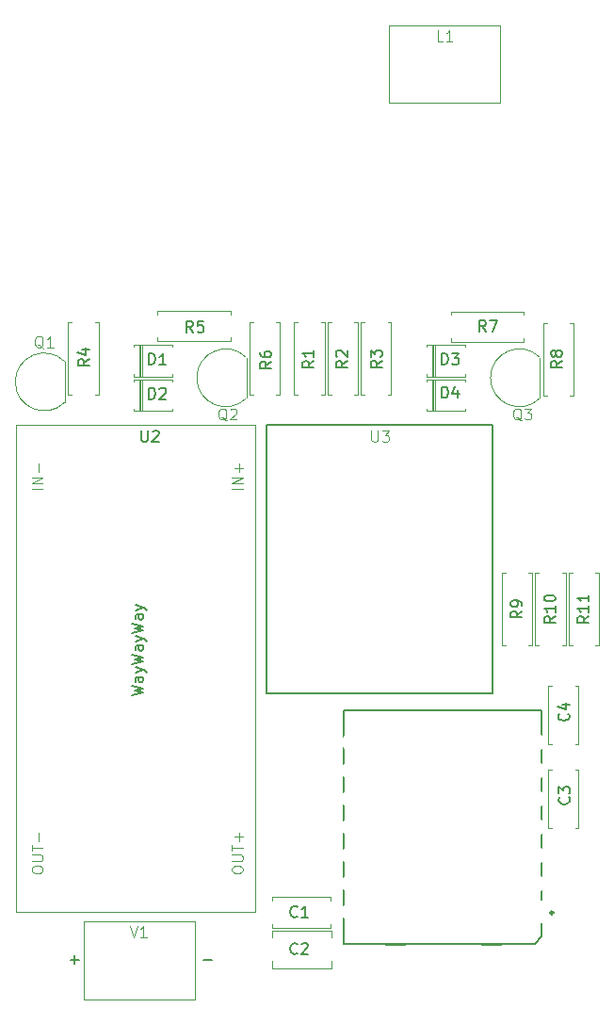
<source format=gbr>
%TF.GenerationSoftware,KiCad,Pcbnew,7.0.9*%
%TF.CreationDate,2023-12-17T20:03:09-08:00*%
%TF.ProjectId,schematic,73636865-6d61-4746-9963-2e6b69636164,rev?*%
%TF.SameCoordinates,Original*%
%TF.FileFunction,Legend,Top*%
%TF.FilePolarity,Positive*%
%FSLAX46Y46*%
G04 Gerber Fmt 4.6, Leading zero omitted, Abs format (unit mm)*
G04 Created by KiCad (PCBNEW 7.0.9) date 2023-12-17 20:03:09*
%MOMM*%
%LPD*%
G01*
G04 APERTURE LIST*
%ADD10C,0.150000*%
%ADD11C,0.100000*%
%ADD12C,0.120000*%
%ADD13C,0.200000*%
%ADD14C,0.127000*%
%ADD15C,0.066040*%
%ADD16C,0.254000*%
%ADD17R,1.300000X1.300000*%
%ADD18C,1.300000*%
%ADD19C,1.600000*%
%ADD20O,1.600000X1.600000*%
%ADD21R,2.540000X2.540000*%
%ADD22C,2.540000*%
%ADD23R,2.000000X2.000000*%
%ADD24O,2.000000X2.000000*%
%ADD25C,2.500000*%
%ADD26C,2.000000*%
%ADD27O,2.000000X1.998980*%
%ADD28C,1.800000*%
%ADD29C,3.500000*%
G04 APERTURE END LIST*
D10*
X113369819Y-108758458D02*
X114369819Y-108520363D01*
X114369819Y-108520363D02*
X113655533Y-108329887D01*
X113655533Y-108329887D02*
X114369819Y-108139411D01*
X114369819Y-108139411D02*
X113369819Y-107901316D01*
X114369819Y-107091792D02*
X113846009Y-107091792D01*
X113846009Y-107091792D02*
X113750771Y-107139411D01*
X113750771Y-107139411D02*
X113703152Y-107234649D01*
X113703152Y-107234649D02*
X113703152Y-107425125D01*
X113703152Y-107425125D02*
X113750771Y-107520363D01*
X114322200Y-107091792D02*
X114369819Y-107187030D01*
X114369819Y-107187030D02*
X114369819Y-107425125D01*
X114369819Y-107425125D02*
X114322200Y-107520363D01*
X114322200Y-107520363D02*
X114226961Y-107567982D01*
X114226961Y-107567982D02*
X114131723Y-107567982D01*
X114131723Y-107567982D02*
X114036485Y-107520363D01*
X114036485Y-107520363D02*
X113988866Y-107425125D01*
X113988866Y-107425125D02*
X113988866Y-107187030D01*
X113988866Y-107187030D02*
X113941247Y-107091792D01*
X113703152Y-106710839D02*
X114369819Y-106472744D01*
X113703152Y-106234649D02*
X114369819Y-106472744D01*
X114369819Y-106472744D02*
X114607914Y-106567982D01*
X114607914Y-106567982D02*
X114655533Y-106615601D01*
X114655533Y-106615601D02*
X114703152Y-106710839D01*
X113369819Y-105948934D02*
X114369819Y-105710839D01*
X114369819Y-105710839D02*
X113655533Y-105520363D01*
X113655533Y-105520363D02*
X114369819Y-105329887D01*
X114369819Y-105329887D02*
X113369819Y-105091792D01*
X114369819Y-104282268D02*
X113846009Y-104282268D01*
X113846009Y-104282268D02*
X113750771Y-104329887D01*
X113750771Y-104329887D02*
X113703152Y-104425125D01*
X113703152Y-104425125D02*
X113703152Y-104615601D01*
X113703152Y-104615601D02*
X113750771Y-104710839D01*
X114322200Y-104282268D02*
X114369819Y-104377506D01*
X114369819Y-104377506D02*
X114369819Y-104615601D01*
X114369819Y-104615601D02*
X114322200Y-104710839D01*
X114322200Y-104710839D02*
X114226961Y-104758458D01*
X114226961Y-104758458D02*
X114131723Y-104758458D01*
X114131723Y-104758458D02*
X114036485Y-104710839D01*
X114036485Y-104710839D02*
X113988866Y-104615601D01*
X113988866Y-104615601D02*
X113988866Y-104377506D01*
X113988866Y-104377506D02*
X113941247Y-104282268D01*
X113703152Y-103901315D02*
X114369819Y-103663220D01*
X113703152Y-103425125D02*
X114369819Y-103663220D01*
X114369819Y-103663220D02*
X114607914Y-103758458D01*
X114607914Y-103758458D02*
X114655533Y-103806077D01*
X114655533Y-103806077D02*
X114703152Y-103901315D01*
X113369819Y-103139410D02*
X114369819Y-102901315D01*
X114369819Y-102901315D02*
X113655533Y-102710839D01*
X113655533Y-102710839D02*
X114369819Y-102520363D01*
X114369819Y-102520363D02*
X113369819Y-102282268D01*
X114369819Y-101472744D02*
X113846009Y-101472744D01*
X113846009Y-101472744D02*
X113750771Y-101520363D01*
X113750771Y-101520363D02*
X113703152Y-101615601D01*
X113703152Y-101615601D02*
X113703152Y-101806077D01*
X113703152Y-101806077D02*
X113750771Y-101901315D01*
X114322200Y-101472744D02*
X114369819Y-101567982D01*
X114369819Y-101567982D02*
X114369819Y-101806077D01*
X114369819Y-101806077D02*
X114322200Y-101901315D01*
X114322200Y-101901315D02*
X114226961Y-101948934D01*
X114226961Y-101948934D02*
X114131723Y-101948934D01*
X114131723Y-101948934D02*
X114036485Y-101901315D01*
X114036485Y-101901315D02*
X113988866Y-101806077D01*
X113988866Y-101806077D02*
X113988866Y-101567982D01*
X113988866Y-101567982D02*
X113941247Y-101472744D01*
X113703152Y-101091791D02*
X114369819Y-100853696D01*
X113703152Y-100615601D02*
X114369819Y-100853696D01*
X114369819Y-100853696D02*
X114607914Y-100948934D01*
X114607914Y-100948934D02*
X114655533Y-100996553D01*
X114655533Y-100996553D02*
X114703152Y-101091791D01*
X119836779Y-132488866D02*
X120598684Y-132488866D01*
X107836779Y-132488866D02*
X108598684Y-132488866D01*
X108217731Y-132869819D02*
X108217731Y-132107914D01*
D11*
X121904761Y-84052657D02*
X121809523Y-84005038D01*
X121809523Y-84005038D02*
X121714285Y-83909800D01*
X121714285Y-83909800D02*
X121571428Y-83766942D01*
X121571428Y-83766942D02*
X121476190Y-83719323D01*
X121476190Y-83719323D02*
X121380952Y-83719323D01*
X121428571Y-83957419D02*
X121333333Y-83909800D01*
X121333333Y-83909800D02*
X121238095Y-83814561D01*
X121238095Y-83814561D02*
X121190476Y-83624085D01*
X121190476Y-83624085D02*
X121190476Y-83290752D01*
X121190476Y-83290752D02*
X121238095Y-83100276D01*
X121238095Y-83100276D02*
X121333333Y-83005038D01*
X121333333Y-83005038D02*
X121428571Y-82957419D01*
X121428571Y-82957419D02*
X121619047Y-82957419D01*
X121619047Y-82957419D02*
X121714285Y-83005038D01*
X121714285Y-83005038D02*
X121809523Y-83100276D01*
X121809523Y-83100276D02*
X121857142Y-83290752D01*
X121857142Y-83290752D02*
X121857142Y-83624085D01*
X121857142Y-83624085D02*
X121809523Y-83814561D01*
X121809523Y-83814561D02*
X121714285Y-83909800D01*
X121714285Y-83909800D02*
X121619047Y-83957419D01*
X121619047Y-83957419D02*
X121428571Y-83957419D01*
X122238095Y-83052657D02*
X122285714Y-83005038D01*
X122285714Y-83005038D02*
X122380952Y-82957419D01*
X122380952Y-82957419D02*
X122619047Y-82957419D01*
X122619047Y-82957419D02*
X122714285Y-83005038D01*
X122714285Y-83005038D02*
X122761904Y-83052657D01*
X122761904Y-83052657D02*
X122809523Y-83147895D01*
X122809523Y-83147895D02*
X122809523Y-83243133D01*
X122809523Y-83243133D02*
X122761904Y-83385990D01*
X122761904Y-83385990D02*
X122190476Y-83957419D01*
X122190476Y-83957419D02*
X122809523Y-83957419D01*
D10*
X125904819Y-78746666D02*
X125428628Y-79079999D01*
X125904819Y-79318094D02*
X124904819Y-79318094D01*
X124904819Y-79318094D02*
X124904819Y-78937142D01*
X124904819Y-78937142D02*
X124952438Y-78841904D01*
X124952438Y-78841904D02*
X125000057Y-78794285D01*
X125000057Y-78794285D02*
X125095295Y-78746666D01*
X125095295Y-78746666D02*
X125238152Y-78746666D01*
X125238152Y-78746666D02*
X125333390Y-78794285D01*
X125333390Y-78794285D02*
X125381009Y-78841904D01*
X125381009Y-78841904D02*
X125428628Y-78937142D01*
X125428628Y-78937142D02*
X125428628Y-79318094D01*
X124904819Y-77889523D02*
X124904819Y-78079999D01*
X124904819Y-78079999D02*
X124952438Y-78175237D01*
X124952438Y-78175237D02*
X125000057Y-78222856D01*
X125000057Y-78222856D02*
X125142914Y-78318094D01*
X125142914Y-78318094D02*
X125333390Y-78365713D01*
X125333390Y-78365713D02*
X125714342Y-78365713D01*
X125714342Y-78365713D02*
X125809580Y-78318094D01*
X125809580Y-78318094D02*
X125857200Y-78270475D01*
X125857200Y-78270475D02*
X125904819Y-78175237D01*
X125904819Y-78175237D02*
X125904819Y-77984761D01*
X125904819Y-77984761D02*
X125857200Y-77889523D01*
X125857200Y-77889523D02*
X125809580Y-77841904D01*
X125809580Y-77841904D02*
X125714342Y-77794285D01*
X125714342Y-77794285D02*
X125476247Y-77794285D01*
X125476247Y-77794285D02*
X125381009Y-77841904D01*
X125381009Y-77841904D02*
X125333390Y-77889523D01*
X125333390Y-77889523D02*
X125285771Y-77984761D01*
X125285771Y-77984761D02*
X125285771Y-78175237D01*
X125285771Y-78175237D02*
X125333390Y-78270475D01*
X125333390Y-78270475D02*
X125381009Y-78318094D01*
X125381009Y-78318094D02*
X125476247Y-78365713D01*
X152613140Y-110406666D02*
X152660760Y-110454285D01*
X152660760Y-110454285D02*
X152708379Y-110597142D01*
X152708379Y-110597142D02*
X152708379Y-110692380D01*
X152708379Y-110692380D02*
X152660760Y-110835237D01*
X152660760Y-110835237D02*
X152565521Y-110930475D01*
X152565521Y-110930475D02*
X152470283Y-110978094D01*
X152470283Y-110978094D02*
X152279807Y-111025713D01*
X152279807Y-111025713D02*
X152136950Y-111025713D01*
X152136950Y-111025713D02*
X151946474Y-110978094D01*
X151946474Y-110978094D02*
X151851236Y-110930475D01*
X151851236Y-110930475D02*
X151755998Y-110835237D01*
X151755998Y-110835237D02*
X151708379Y-110692380D01*
X151708379Y-110692380D02*
X151708379Y-110597142D01*
X151708379Y-110597142D02*
X151755998Y-110454285D01*
X151755998Y-110454285D02*
X151803617Y-110406666D01*
X152041712Y-109549523D02*
X152708379Y-109549523D01*
X151660760Y-109787618D02*
X152375045Y-110025713D01*
X152375045Y-110025713D02*
X152375045Y-109406666D01*
X114238095Y-84954819D02*
X114238095Y-85764342D01*
X114238095Y-85764342D02*
X114285714Y-85859580D01*
X114285714Y-85859580D02*
X114333333Y-85907200D01*
X114333333Y-85907200D02*
X114428571Y-85954819D01*
X114428571Y-85954819D02*
X114619047Y-85954819D01*
X114619047Y-85954819D02*
X114714285Y-85907200D01*
X114714285Y-85907200D02*
X114761904Y-85859580D01*
X114761904Y-85859580D02*
X114809523Y-85764342D01*
X114809523Y-85764342D02*
X114809523Y-84954819D01*
X115238095Y-85050057D02*
X115285714Y-85002438D01*
X115285714Y-85002438D02*
X115380952Y-84954819D01*
X115380952Y-84954819D02*
X115619047Y-84954819D01*
X115619047Y-84954819D02*
X115714285Y-85002438D01*
X115714285Y-85002438D02*
X115761904Y-85050057D01*
X115761904Y-85050057D02*
X115809523Y-85145295D01*
X115809523Y-85145295D02*
X115809523Y-85240533D01*
X115809523Y-85240533D02*
X115761904Y-85383390D01*
X115761904Y-85383390D02*
X115190476Y-85954819D01*
X115190476Y-85954819D02*
X115809523Y-85954819D01*
D11*
X104372419Y-124505639D02*
X104372419Y-124315163D01*
X104372419Y-124315163D02*
X104420038Y-124219925D01*
X104420038Y-124219925D02*
X104515276Y-124124687D01*
X104515276Y-124124687D02*
X104705752Y-124077068D01*
X104705752Y-124077068D02*
X105039085Y-124077068D01*
X105039085Y-124077068D02*
X105229561Y-124124687D01*
X105229561Y-124124687D02*
X105324800Y-124219925D01*
X105324800Y-124219925D02*
X105372419Y-124315163D01*
X105372419Y-124315163D02*
X105372419Y-124505639D01*
X105372419Y-124505639D02*
X105324800Y-124600877D01*
X105324800Y-124600877D02*
X105229561Y-124696115D01*
X105229561Y-124696115D02*
X105039085Y-124743734D01*
X105039085Y-124743734D02*
X104705752Y-124743734D01*
X104705752Y-124743734D02*
X104515276Y-124696115D01*
X104515276Y-124696115D02*
X104420038Y-124600877D01*
X104420038Y-124600877D02*
X104372419Y-124505639D01*
X104372419Y-123648496D02*
X105181942Y-123648496D01*
X105181942Y-123648496D02*
X105277180Y-123600877D01*
X105277180Y-123600877D02*
X105324800Y-123553258D01*
X105324800Y-123553258D02*
X105372419Y-123458020D01*
X105372419Y-123458020D02*
X105372419Y-123267544D01*
X105372419Y-123267544D02*
X105324800Y-123172306D01*
X105324800Y-123172306D02*
X105277180Y-123124687D01*
X105277180Y-123124687D02*
X105181942Y-123077068D01*
X105181942Y-123077068D02*
X104372419Y-123077068D01*
X104372419Y-122743734D02*
X104372419Y-122172306D01*
X105372419Y-122458020D02*
X104372419Y-122458020D01*
X104991466Y-121838972D02*
X104991466Y-121077068D01*
X105372419Y-90196115D02*
X104372419Y-90196115D01*
X105372419Y-89719925D02*
X104372419Y-89719925D01*
X104372419Y-89719925D02*
X105372419Y-89148497D01*
X105372419Y-89148497D02*
X104372419Y-89148497D01*
X104991466Y-88672306D02*
X104991466Y-87910402D01*
X123372419Y-90196115D02*
X122372419Y-90196115D01*
X123372419Y-89719925D02*
X122372419Y-89719925D01*
X122372419Y-89719925D02*
X123372419Y-89148497D01*
X123372419Y-89148497D02*
X122372419Y-89148497D01*
X122991466Y-88672306D02*
X122991466Y-87910402D01*
X123372419Y-88291354D02*
X122610514Y-88291354D01*
X122372419Y-124505639D02*
X122372419Y-124315163D01*
X122372419Y-124315163D02*
X122420038Y-124219925D01*
X122420038Y-124219925D02*
X122515276Y-124124687D01*
X122515276Y-124124687D02*
X122705752Y-124077068D01*
X122705752Y-124077068D02*
X123039085Y-124077068D01*
X123039085Y-124077068D02*
X123229561Y-124124687D01*
X123229561Y-124124687D02*
X123324800Y-124219925D01*
X123324800Y-124219925D02*
X123372419Y-124315163D01*
X123372419Y-124315163D02*
X123372419Y-124505639D01*
X123372419Y-124505639D02*
X123324800Y-124600877D01*
X123324800Y-124600877D02*
X123229561Y-124696115D01*
X123229561Y-124696115D02*
X123039085Y-124743734D01*
X123039085Y-124743734D02*
X122705752Y-124743734D01*
X122705752Y-124743734D02*
X122515276Y-124696115D01*
X122515276Y-124696115D02*
X122420038Y-124600877D01*
X122420038Y-124600877D02*
X122372419Y-124505639D01*
X122372419Y-123648496D02*
X123181942Y-123648496D01*
X123181942Y-123648496D02*
X123277180Y-123600877D01*
X123277180Y-123600877D02*
X123324800Y-123553258D01*
X123324800Y-123553258D02*
X123372419Y-123458020D01*
X123372419Y-123458020D02*
X123372419Y-123267544D01*
X123372419Y-123267544D02*
X123324800Y-123172306D01*
X123324800Y-123172306D02*
X123277180Y-123124687D01*
X123277180Y-123124687D02*
X123181942Y-123077068D01*
X123181942Y-123077068D02*
X122372419Y-123077068D01*
X122372419Y-122743734D02*
X122372419Y-122172306D01*
X123372419Y-122458020D02*
X122372419Y-122458020D01*
X122991466Y-121838972D02*
X122991466Y-121077068D01*
X123372419Y-121458020D02*
X122610514Y-121458020D01*
D10*
X141241905Y-82014819D02*
X141241905Y-81014819D01*
X141241905Y-81014819D02*
X141480000Y-81014819D01*
X141480000Y-81014819D02*
X141622857Y-81062438D01*
X141622857Y-81062438D02*
X141718095Y-81157676D01*
X141718095Y-81157676D02*
X141765714Y-81252914D01*
X141765714Y-81252914D02*
X141813333Y-81443390D01*
X141813333Y-81443390D02*
X141813333Y-81586247D01*
X141813333Y-81586247D02*
X141765714Y-81776723D01*
X141765714Y-81776723D02*
X141718095Y-81871961D01*
X141718095Y-81871961D02*
X141622857Y-81967200D01*
X141622857Y-81967200D02*
X141480000Y-82014819D01*
X141480000Y-82014819D02*
X141241905Y-82014819D01*
X142670476Y-81348152D02*
X142670476Y-82014819D01*
X142432381Y-80967200D02*
X142194286Y-81681485D01*
X142194286Y-81681485D02*
X142813333Y-81681485D01*
X114921905Y-79014819D02*
X114921905Y-78014819D01*
X114921905Y-78014819D02*
X115160000Y-78014819D01*
X115160000Y-78014819D02*
X115302857Y-78062438D01*
X115302857Y-78062438D02*
X115398095Y-78157676D01*
X115398095Y-78157676D02*
X115445714Y-78252914D01*
X115445714Y-78252914D02*
X115493333Y-78443390D01*
X115493333Y-78443390D02*
X115493333Y-78586247D01*
X115493333Y-78586247D02*
X115445714Y-78776723D01*
X115445714Y-78776723D02*
X115398095Y-78871961D01*
X115398095Y-78871961D02*
X115302857Y-78967200D01*
X115302857Y-78967200D02*
X115160000Y-79014819D01*
X115160000Y-79014819D02*
X114921905Y-79014819D01*
X116445714Y-79014819D02*
X115874286Y-79014819D01*
X116160000Y-79014819D02*
X116160000Y-78014819D01*
X116160000Y-78014819D02*
X116064762Y-78157676D01*
X116064762Y-78157676D02*
X115969524Y-78252914D01*
X115969524Y-78252914D02*
X115874286Y-78300533D01*
D11*
X141333333Y-49957419D02*
X140857143Y-49957419D01*
X140857143Y-49957419D02*
X140857143Y-48957419D01*
X142190476Y-49957419D02*
X141619048Y-49957419D01*
X141904762Y-49957419D02*
X141904762Y-48957419D01*
X141904762Y-48957419D02*
X141809524Y-49100276D01*
X141809524Y-49100276D02*
X141714286Y-49195514D01*
X141714286Y-49195514D02*
X141619048Y-49243133D01*
X105404761Y-77552657D02*
X105309523Y-77505038D01*
X105309523Y-77505038D02*
X105214285Y-77409800D01*
X105214285Y-77409800D02*
X105071428Y-77266942D01*
X105071428Y-77266942D02*
X104976190Y-77219323D01*
X104976190Y-77219323D02*
X104880952Y-77219323D01*
X104928571Y-77457419D02*
X104833333Y-77409800D01*
X104833333Y-77409800D02*
X104738095Y-77314561D01*
X104738095Y-77314561D02*
X104690476Y-77124085D01*
X104690476Y-77124085D02*
X104690476Y-76790752D01*
X104690476Y-76790752D02*
X104738095Y-76600276D01*
X104738095Y-76600276D02*
X104833333Y-76505038D01*
X104833333Y-76505038D02*
X104928571Y-76457419D01*
X104928571Y-76457419D02*
X105119047Y-76457419D01*
X105119047Y-76457419D02*
X105214285Y-76505038D01*
X105214285Y-76505038D02*
X105309523Y-76600276D01*
X105309523Y-76600276D02*
X105357142Y-76790752D01*
X105357142Y-76790752D02*
X105357142Y-77124085D01*
X105357142Y-77124085D02*
X105309523Y-77314561D01*
X105309523Y-77314561D02*
X105214285Y-77409800D01*
X105214285Y-77409800D02*
X105119047Y-77457419D01*
X105119047Y-77457419D02*
X104928571Y-77457419D01*
X106309523Y-77457419D02*
X105738095Y-77457419D01*
X106023809Y-77457419D02*
X106023809Y-76457419D01*
X106023809Y-76457419D02*
X105928571Y-76600276D01*
X105928571Y-76600276D02*
X105833333Y-76695514D01*
X105833333Y-76695514D02*
X105738095Y-76743133D01*
D10*
X148454819Y-101166666D02*
X147978628Y-101499999D01*
X148454819Y-101738094D02*
X147454819Y-101738094D01*
X147454819Y-101738094D02*
X147454819Y-101357142D01*
X147454819Y-101357142D02*
X147502438Y-101261904D01*
X147502438Y-101261904D02*
X147550057Y-101214285D01*
X147550057Y-101214285D02*
X147645295Y-101166666D01*
X147645295Y-101166666D02*
X147788152Y-101166666D01*
X147788152Y-101166666D02*
X147883390Y-101214285D01*
X147883390Y-101214285D02*
X147931009Y-101261904D01*
X147931009Y-101261904D02*
X147978628Y-101357142D01*
X147978628Y-101357142D02*
X147978628Y-101738094D01*
X148454819Y-100690475D02*
X148454819Y-100499999D01*
X148454819Y-100499999D02*
X148407200Y-100404761D01*
X148407200Y-100404761D02*
X148359580Y-100357142D01*
X148359580Y-100357142D02*
X148216723Y-100261904D01*
X148216723Y-100261904D02*
X148026247Y-100214285D01*
X148026247Y-100214285D02*
X147645295Y-100214285D01*
X147645295Y-100214285D02*
X147550057Y-100261904D01*
X147550057Y-100261904D02*
X147502438Y-100309523D01*
X147502438Y-100309523D02*
X147454819Y-100404761D01*
X147454819Y-100404761D02*
X147454819Y-100595237D01*
X147454819Y-100595237D02*
X147502438Y-100690475D01*
X147502438Y-100690475D02*
X147550057Y-100738094D01*
X147550057Y-100738094D02*
X147645295Y-100785713D01*
X147645295Y-100785713D02*
X147883390Y-100785713D01*
X147883390Y-100785713D02*
X147978628Y-100738094D01*
X147978628Y-100738094D02*
X148026247Y-100690475D01*
X148026247Y-100690475D02*
X148073866Y-100595237D01*
X148073866Y-100595237D02*
X148073866Y-100404761D01*
X148073866Y-100404761D02*
X148026247Y-100309523D01*
X148026247Y-100309523D02*
X147978628Y-100261904D01*
X147978628Y-100261904D02*
X147883390Y-100214285D01*
X141241905Y-79014819D02*
X141241905Y-78014819D01*
X141241905Y-78014819D02*
X141480000Y-78014819D01*
X141480000Y-78014819D02*
X141622857Y-78062438D01*
X141622857Y-78062438D02*
X141718095Y-78157676D01*
X141718095Y-78157676D02*
X141765714Y-78252914D01*
X141765714Y-78252914D02*
X141813333Y-78443390D01*
X141813333Y-78443390D02*
X141813333Y-78586247D01*
X141813333Y-78586247D02*
X141765714Y-78776723D01*
X141765714Y-78776723D02*
X141718095Y-78871961D01*
X141718095Y-78871961D02*
X141622857Y-78967200D01*
X141622857Y-78967200D02*
X141480000Y-79014819D01*
X141480000Y-79014819D02*
X141241905Y-79014819D01*
X142146667Y-78014819D02*
X142765714Y-78014819D01*
X142765714Y-78014819D02*
X142432381Y-78395771D01*
X142432381Y-78395771D02*
X142575238Y-78395771D01*
X142575238Y-78395771D02*
X142670476Y-78443390D01*
X142670476Y-78443390D02*
X142718095Y-78491009D01*
X142718095Y-78491009D02*
X142765714Y-78586247D01*
X142765714Y-78586247D02*
X142765714Y-78824342D01*
X142765714Y-78824342D02*
X142718095Y-78919580D01*
X142718095Y-78919580D02*
X142670476Y-78967200D01*
X142670476Y-78967200D02*
X142575238Y-79014819D01*
X142575238Y-79014819D02*
X142289524Y-79014819D01*
X142289524Y-79014819D02*
X142194286Y-78967200D01*
X142194286Y-78967200D02*
X142146667Y-78919580D01*
X152064819Y-78691666D02*
X151588628Y-79024999D01*
X152064819Y-79263094D02*
X151064819Y-79263094D01*
X151064819Y-79263094D02*
X151064819Y-78882142D01*
X151064819Y-78882142D02*
X151112438Y-78786904D01*
X151112438Y-78786904D02*
X151160057Y-78739285D01*
X151160057Y-78739285D02*
X151255295Y-78691666D01*
X151255295Y-78691666D02*
X151398152Y-78691666D01*
X151398152Y-78691666D02*
X151493390Y-78739285D01*
X151493390Y-78739285D02*
X151541009Y-78786904D01*
X151541009Y-78786904D02*
X151588628Y-78882142D01*
X151588628Y-78882142D02*
X151588628Y-79263094D01*
X151493390Y-78120237D02*
X151445771Y-78215475D01*
X151445771Y-78215475D02*
X151398152Y-78263094D01*
X151398152Y-78263094D02*
X151302914Y-78310713D01*
X151302914Y-78310713D02*
X151255295Y-78310713D01*
X151255295Y-78310713D02*
X151160057Y-78263094D01*
X151160057Y-78263094D02*
X151112438Y-78215475D01*
X151112438Y-78215475D02*
X151064819Y-78120237D01*
X151064819Y-78120237D02*
X151064819Y-77929761D01*
X151064819Y-77929761D02*
X151112438Y-77834523D01*
X151112438Y-77834523D02*
X151160057Y-77786904D01*
X151160057Y-77786904D02*
X151255295Y-77739285D01*
X151255295Y-77739285D02*
X151302914Y-77739285D01*
X151302914Y-77739285D02*
X151398152Y-77786904D01*
X151398152Y-77786904D02*
X151445771Y-77834523D01*
X151445771Y-77834523D02*
X151493390Y-77929761D01*
X151493390Y-77929761D02*
X151493390Y-78120237D01*
X151493390Y-78120237D02*
X151541009Y-78215475D01*
X151541009Y-78215475D02*
X151588628Y-78263094D01*
X151588628Y-78263094D02*
X151683866Y-78310713D01*
X151683866Y-78310713D02*
X151874342Y-78310713D01*
X151874342Y-78310713D02*
X151969580Y-78263094D01*
X151969580Y-78263094D02*
X152017200Y-78215475D01*
X152017200Y-78215475D02*
X152064819Y-78120237D01*
X152064819Y-78120237D02*
X152064819Y-77929761D01*
X152064819Y-77929761D02*
X152017200Y-77834523D01*
X152017200Y-77834523D02*
X151969580Y-77786904D01*
X151969580Y-77786904D02*
X151874342Y-77739285D01*
X151874342Y-77739285D02*
X151683866Y-77739285D01*
X151683866Y-77739285D02*
X151588628Y-77786904D01*
X151588628Y-77786904D02*
X151541009Y-77834523D01*
X151541009Y-77834523D02*
X151493390Y-77929761D01*
X135864819Y-78666666D02*
X135388628Y-78999999D01*
X135864819Y-79238094D02*
X134864819Y-79238094D01*
X134864819Y-79238094D02*
X134864819Y-78857142D01*
X134864819Y-78857142D02*
X134912438Y-78761904D01*
X134912438Y-78761904D02*
X134960057Y-78714285D01*
X134960057Y-78714285D02*
X135055295Y-78666666D01*
X135055295Y-78666666D02*
X135198152Y-78666666D01*
X135198152Y-78666666D02*
X135293390Y-78714285D01*
X135293390Y-78714285D02*
X135341009Y-78761904D01*
X135341009Y-78761904D02*
X135388628Y-78857142D01*
X135388628Y-78857142D02*
X135388628Y-79238094D01*
X134864819Y-78333332D02*
X134864819Y-77714285D01*
X134864819Y-77714285D02*
X135245771Y-78047618D01*
X135245771Y-78047618D02*
X135245771Y-77904761D01*
X135245771Y-77904761D02*
X135293390Y-77809523D01*
X135293390Y-77809523D02*
X135341009Y-77761904D01*
X135341009Y-77761904D02*
X135436247Y-77714285D01*
X135436247Y-77714285D02*
X135674342Y-77714285D01*
X135674342Y-77714285D02*
X135769580Y-77761904D01*
X135769580Y-77761904D02*
X135817200Y-77809523D01*
X135817200Y-77809523D02*
X135864819Y-77904761D01*
X135864819Y-77904761D02*
X135864819Y-78190475D01*
X135864819Y-78190475D02*
X135817200Y-78285713D01*
X135817200Y-78285713D02*
X135769580Y-78333332D01*
X109544819Y-78536666D02*
X109068628Y-78869999D01*
X109544819Y-79108094D02*
X108544819Y-79108094D01*
X108544819Y-79108094D02*
X108544819Y-78727142D01*
X108544819Y-78727142D02*
X108592438Y-78631904D01*
X108592438Y-78631904D02*
X108640057Y-78584285D01*
X108640057Y-78584285D02*
X108735295Y-78536666D01*
X108735295Y-78536666D02*
X108878152Y-78536666D01*
X108878152Y-78536666D02*
X108973390Y-78584285D01*
X108973390Y-78584285D02*
X109021009Y-78631904D01*
X109021009Y-78631904D02*
X109068628Y-78727142D01*
X109068628Y-78727142D02*
X109068628Y-79108094D01*
X108878152Y-77679523D02*
X109544819Y-77679523D01*
X108497200Y-77917618D02*
X109211485Y-78155713D01*
X109211485Y-78155713D02*
X109211485Y-77536666D01*
D11*
X134920095Y-84957419D02*
X134920095Y-85766942D01*
X134920095Y-85766942D02*
X134967714Y-85862180D01*
X134967714Y-85862180D02*
X135015333Y-85909800D01*
X135015333Y-85909800D02*
X135110571Y-85957419D01*
X135110571Y-85957419D02*
X135301047Y-85957419D01*
X135301047Y-85957419D02*
X135396285Y-85909800D01*
X135396285Y-85909800D02*
X135443904Y-85862180D01*
X135443904Y-85862180D02*
X135491523Y-85766942D01*
X135491523Y-85766942D02*
X135491523Y-84957419D01*
X135872476Y-84957419D02*
X136491523Y-84957419D01*
X136491523Y-84957419D02*
X136158190Y-85338371D01*
X136158190Y-85338371D02*
X136301047Y-85338371D01*
X136301047Y-85338371D02*
X136396285Y-85385990D01*
X136396285Y-85385990D02*
X136443904Y-85433609D01*
X136443904Y-85433609D02*
X136491523Y-85528847D01*
X136491523Y-85528847D02*
X136491523Y-85766942D01*
X136491523Y-85766942D02*
X136443904Y-85862180D01*
X136443904Y-85862180D02*
X136396285Y-85909800D01*
X136396285Y-85909800D02*
X136301047Y-85957419D01*
X136301047Y-85957419D02*
X136015333Y-85957419D01*
X136015333Y-85957419D02*
X135920095Y-85909800D01*
X135920095Y-85909800D02*
X135872476Y-85862180D01*
D10*
X154454819Y-101642857D02*
X153978628Y-101976190D01*
X154454819Y-102214285D02*
X153454819Y-102214285D01*
X153454819Y-102214285D02*
X153454819Y-101833333D01*
X153454819Y-101833333D02*
X153502438Y-101738095D01*
X153502438Y-101738095D02*
X153550057Y-101690476D01*
X153550057Y-101690476D02*
X153645295Y-101642857D01*
X153645295Y-101642857D02*
X153788152Y-101642857D01*
X153788152Y-101642857D02*
X153883390Y-101690476D01*
X153883390Y-101690476D02*
X153931009Y-101738095D01*
X153931009Y-101738095D02*
X153978628Y-101833333D01*
X153978628Y-101833333D02*
X153978628Y-102214285D01*
X154454819Y-100690476D02*
X154454819Y-101261904D01*
X154454819Y-100976190D02*
X153454819Y-100976190D01*
X153454819Y-100976190D02*
X153597676Y-101071428D01*
X153597676Y-101071428D02*
X153692914Y-101166666D01*
X153692914Y-101166666D02*
X153740533Y-101261904D01*
X154454819Y-99738095D02*
X154454819Y-100309523D01*
X154454819Y-100023809D02*
X153454819Y-100023809D01*
X153454819Y-100023809D02*
X153597676Y-100119047D01*
X153597676Y-100119047D02*
X153692914Y-100214285D01*
X153692914Y-100214285D02*
X153740533Y-100309523D01*
X118883333Y-76114819D02*
X118550000Y-75638628D01*
X118311905Y-76114819D02*
X118311905Y-75114819D01*
X118311905Y-75114819D02*
X118692857Y-75114819D01*
X118692857Y-75114819D02*
X118788095Y-75162438D01*
X118788095Y-75162438D02*
X118835714Y-75210057D01*
X118835714Y-75210057D02*
X118883333Y-75305295D01*
X118883333Y-75305295D02*
X118883333Y-75448152D01*
X118883333Y-75448152D02*
X118835714Y-75543390D01*
X118835714Y-75543390D02*
X118788095Y-75591009D01*
X118788095Y-75591009D02*
X118692857Y-75638628D01*
X118692857Y-75638628D02*
X118311905Y-75638628D01*
X119788095Y-75114819D02*
X119311905Y-75114819D01*
X119311905Y-75114819D02*
X119264286Y-75591009D01*
X119264286Y-75591009D02*
X119311905Y-75543390D01*
X119311905Y-75543390D02*
X119407143Y-75495771D01*
X119407143Y-75495771D02*
X119645238Y-75495771D01*
X119645238Y-75495771D02*
X119740476Y-75543390D01*
X119740476Y-75543390D02*
X119788095Y-75591009D01*
X119788095Y-75591009D02*
X119835714Y-75686247D01*
X119835714Y-75686247D02*
X119835714Y-75924342D01*
X119835714Y-75924342D02*
X119788095Y-76019580D01*
X119788095Y-76019580D02*
X119740476Y-76067200D01*
X119740476Y-76067200D02*
X119645238Y-76114819D01*
X119645238Y-76114819D02*
X119407143Y-76114819D01*
X119407143Y-76114819D02*
X119311905Y-76067200D01*
X119311905Y-76067200D02*
X119264286Y-76019580D01*
X145203333Y-76064819D02*
X144870000Y-75588628D01*
X144631905Y-76064819D02*
X144631905Y-75064819D01*
X144631905Y-75064819D02*
X145012857Y-75064819D01*
X145012857Y-75064819D02*
X145108095Y-75112438D01*
X145108095Y-75112438D02*
X145155714Y-75160057D01*
X145155714Y-75160057D02*
X145203333Y-75255295D01*
X145203333Y-75255295D02*
X145203333Y-75398152D01*
X145203333Y-75398152D02*
X145155714Y-75493390D01*
X145155714Y-75493390D02*
X145108095Y-75541009D01*
X145108095Y-75541009D02*
X145012857Y-75588628D01*
X145012857Y-75588628D02*
X144631905Y-75588628D01*
X145536667Y-75064819D02*
X146203333Y-75064819D01*
X146203333Y-75064819D02*
X145774762Y-76064819D01*
X132744819Y-78696666D02*
X132268628Y-79029999D01*
X132744819Y-79268094D02*
X131744819Y-79268094D01*
X131744819Y-79268094D02*
X131744819Y-78887142D01*
X131744819Y-78887142D02*
X131792438Y-78791904D01*
X131792438Y-78791904D02*
X131840057Y-78744285D01*
X131840057Y-78744285D02*
X131935295Y-78696666D01*
X131935295Y-78696666D02*
X132078152Y-78696666D01*
X132078152Y-78696666D02*
X132173390Y-78744285D01*
X132173390Y-78744285D02*
X132221009Y-78791904D01*
X132221009Y-78791904D02*
X132268628Y-78887142D01*
X132268628Y-78887142D02*
X132268628Y-79268094D01*
X131840057Y-78315713D02*
X131792438Y-78268094D01*
X131792438Y-78268094D02*
X131744819Y-78172856D01*
X131744819Y-78172856D02*
X131744819Y-77934761D01*
X131744819Y-77934761D02*
X131792438Y-77839523D01*
X131792438Y-77839523D02*
X131840057Y-77791904D01*
X131840057Y-77791904D02*
X131935295Y-77744285D01*
X131935295Y-77744285D02*
X132030533Y-77744285D01*
X132030533Y-77744285D02*
X132173390Y-77791904D01*
X132173390Y-77791904D02*
X132744819Y-78363332D01*
X132744819Y-78363332D02*
X132744819Y-77744285D01*
X128247893Y-128599580D02*
X128200274Y-128647200D01*
X128200274Y-128647200D02*
X128057417Y-128694819D01*
X128057417Y-128694819D02*
X127962179Y-128694819D01*
X127962179Y-128694819D02*
X127819322Y-128647200D01*
X127819322Y-128647200D02*
X127724084Y-128551961D01*
X127724084Y-128551961D02*
X127676465Y-128456723D01*
X127676465Y-128456723D02*
X127628846Y-128266247D01*
X127628846Y-128266247D02*
X127628846Y-128123390D01*
X127628846Y-128123390D02*
X127676465Y-127932914D01*
X127676465Y-127932914D02*
X127724084Y-127837676D01*
X127724084Y-127837676D02*
X127819322Y-127742438D01*
X127819322Y-127742438D02*
X127962179Y-127694819D01*
X127962179Y-127694819D02*
X128057417Y-127694819D01*
X128057417Y-127694819D02*
X128200274Y-127742438D01*
X128200274Y-127742438D02*
X128247893Y-127790057D01*
X129200274Y-128694819D02*
X128628846Y-128694819D01*
X128914560Y-128694819D02*
X128914560Y-127694819D01*
X128914560Y-127694819D02*
X128819322Y-127837676D01*
X128819322Y-127837676D02*
X128724084Y-127932914D01*
X128724084Y-127932914D02*
X128628846Y-127980533D01*
X128247893Y-131909580D02*
X128200274Y-131957200D01*
X128200274Y-131957200D02*
X128057417Y-132004819D01*
X128057417Y-132004819D02*
X127962179Y-132004819D01*
X127962179Y-132004819D02*
X127819322Y-131957200D01*
X127819322Y-131957200D02*
X127724084Y-131861961D01*
X127724084Y-131861961D02*
X127676465Y-131766723D01*
X127676465Y-131766723D02*
X127628846Y-131576247D01*
X127628846Y-131576247D02*
X127628846Y-131433390D01*
X127628846Y-131433390D02*
X127676465Y-131242914D01*
X127676465Y-131242914D02*
X127724084Y-131147676D01*
X127724084Y-131147676D02*
X127819322Y-131052438D01*
X127819322Y-131052438D02*
X127962179Y-131004819D01*
X127962179Y-131004819D02*
X128057417Y-131004819D01*
X128057417Y-131004819D02*
X128200274Y-131052438D01*
X128200274Y-131052438D02*
X128247893Y-131100057D01*
X128628846Y-131100057D02*
X128676465Y-131052438D01*
X128676465Y-131052438D02*
X128771703Y-131004819D01*
X128771703Y-131004819D02*
X129009798Y-131004819D01*
X129009798Y-131004819D02*
X129105036Y-131052438D01*
X129105036Y-131052438D02*
X129152655Y-131100057D01*
X129152655Y-131100057D02*
X129200274Y-131195295D01*
X129200274Y-131195295D02*
X129200274Y-131290533D01*
X129200274Y-131290533D02*
X129152655Y-131433390D01*
X129152655Y-131433390D02*
X128581227Y-132004819D01*
X128581227Y-132004819D02*
X129200274Y-132004819D01*
D11*
X148404761Y-84052657D02*
X148309523Y-84005038D01*
X148309523Y-84005038D02*
X148214285Y-83909800D01*
X148214285Y-83909800D02*
X148071428Y-83766942D01*
X148071428Y-83766942D02*
X147976190Y-83719323D01*
X147976190Y-83719323D02*
X147880952Y-83719323D01*
X147928571Y-83957419D02*
X147833333Y-83909800D01*
X147833333Y-83909800D02*
X147738095Y-83814561D01*
X147738095Y-83814561D02*
X147690476Y-83624085D01*
X147690476Y-83624085D02*
X147690476Y-83290752D01*
X147690476Y-83290752D02*
X147738095Y-83100276D01*
X147738095Y-83100276D02*
X147833333Y-83005038D01*
X147833333Y-83005038D02*
X147928571Y-82957419D01*
X147928571Y-82957419D02*
X148119047Y-82957419D01*
X148119047Y-82957419D02*
X148214285Y-83005038D01*
X148214285Y-83005038D02*
X148309523Y-83100276D01*
X148309523Y-83100276D02*
X148357142Y-83290752D01*
X148357142Y-83290752D02*
X148357142Y-83624085D01*
X148357142Y-83624085D02*
X148309523Y-83814561D01*
X148309523Y-83814561D02*
X148214285Y-83909800D01*
X148214285Y-83909800D02*
X148119047Y-83957419D01*
X148119047Y-83957419D02*
X147928571Y-83957419D01*
X148690476Y-82957419D02*
X149309523Y-82957419D01*
X149309523Y-82957419D02*
X148976190Y-83338371D01*
X148976190Y-83338371D02*
X149119047Y-83338371D01*
X149119047Y-83338371D02*
X149214285Y-83385990D01*
X149214285Y-83385990D02*
X149261904Y-83433609D01*
X149261904Y-83433609D02*
X149309523Y-83528847D01*
X149309523Y-83528847D02*
X149309523Y-83766942D01*
X149309523Y-83766942D02*
X149261904Y-83862180D01*
X149261904Y-83862180D02*
X149214285Y-83909800D01*
X149214285Y-83909800D02*
X149119047Y-83957419D01*
X149119047Y-83957419D02*
X148833333Y-83957419D01*
X148833333Y-83957419D02*
X148738095Y-83909800D01*
X148738095Y-83909800D02*
X148690476Y-83862180D01*
D10*
X151454819Y-101642857D02*
X150978628Y-101976190D01*
X151454819Y-102214285D02*
X150454819Y-102214285D01*
X150454819Y-102214285D02*
X150454819Y-101833333D01*
X150454819Y-101833333D02*
X150502438Y-101738095D01*
X150502438Y-101738095D02*
X150550057Y-101690476D01*
X150550057Y-101690476D02*
X150645295Y-101642857D01*
X150645295Y-101642857D02*
X150788152Y-101642857D01*
X150788152Y-101642857D02*
X150883390Y-101690476D01*
X150883390Y-101690476D02*
X150931009Y-101738095D01*
X150931009Y-101738095D02*
X150978628Y-101833333D01*
X150978628Y-101833333D02*
X150978628Y-102214285D01*
X151454819Y-100690476D02*
X151454819Y-101261904D01*
X151454819Y-100976190D02*
X150454819Y-100976190D01*
X150454819Y-100976190D02*
X150597676Y-101071428D01*
X150597676Y-101071428D02*
X150692914Y-101166666D01*
X150692914Y-101166666D02*
X150740533Y-101261904D01*
X150454819Y-100071428D02*
X150454819Y-99976190D01*
X150454819Y-99976190D02*
X150502438Y-99880952D01*
X150502438Y-99880952D02*
X150550057Y-99833333D01*
X150550057Y-99833333D02*
X150645295Y-99785714D01*
X150645295Y-99785714D02*
X150835771Y-99738095D01*
X150835771Y-99738095D02*
X151073866Y-99738095D01*
X151073866Y-99738095D02*
X151264342Y-99785714D01*
X151264342Y-99785714D02*
X151359580Y-99833333D01*
X151359580Y-99833333D02*
X151407200Y-99880952D01*
X151407200Y-99880952D02*
X151454819Y-99976190D01*
X151454819Y-99976190D02*
X151454819Y-100071428D01*
X151454819Y-100071428D02*
X151407200Y-100166666D01*
X151407200Y-100166666D02*
X151359580Y-100214285D01*
X151359580Y-100214285D02*
X151264342Y-100261904D01*
X151264342Y-100261904D02*
X151073866Y-100309523D01*
X151073866Y-100309523D02*
X150835771Y-100309523D01*
X150835771Y-100309523D02*
X150645295Y-100261904D01*
X150645295Y-100261904D02*
X150550057Y-100214285D01*
X150550057Y-100214285D02*
X150502438Y-100166666D01*
X150502438Y-100166666D02*
X150454819Y-100071428D01*
X152663140Y-117906666D02*
X152710760Y-117954285D01*
X152710760Y-117954285D02*
X152758379Y-118097142D01*
X152758379Y-118097142D02*
X152758379Y-118192380D01*
X152758379Y-118192380D02*
X152710760Y-118335237D01*
X152710760Y-118335237D02*
X152615521Y-118430475D01*
X152615521Y-118430475D02*
X152520283Y-118478094D01*
X152520283Y-118478094D02*
X152329807Y-118525713D01*
X152329807Y-118525713D02*
X152186950Y-118525713D01*
X152186950Y-118525713D02*
X151996474Y-118478094D01*
X151996474Y-118478094D02*
X151901236Y-118430475D01*
X151901236Y-118430475D02*
X151805998Y-118335237D01*
X151805998Y-118335237D02*
X151758379Y-118192380D01*
X151758379Y-118192380D02*
X151758379Y-118097142D01*
X151758379Y-118097142D02*
X151805998Y-117954285D01*
X151805998Y-117954285D02*
X151853617Y-117906666D01*
X151758379Y-117573332D02*
X151758379Y-116954285D01*
X151758379Y-116954285D02*
X152139331Y-117287618D01*
X152139331Y-117287618D02*
X152139331Y-117144761D01*
X152139331Y-117144761D02*
X152186950Y-117049523D01*
X152186950Y-117049523D02*
X152234569Y-117001904D01*
X152234569Y-117001904D02*
X152329807Y-116954285D01*
X152329807Y-116954285D02*
X152567902Y-116954285D01*
X152567902Y-116954285D02*
X152663140Y-117001904D01*
X152663140Y-117001904D02*
X152710760Y-117049523D01*
X152710760Y-117049523D02*
X152758379Y-117144761D01*
X152758379Y-117144761D02*
X152758379Y-117430475D01*
X152758379Y-117430475D02*
X152710760Y-117525713D01*
X152710760Y-117525713D02*
X152663140Y-117573332D01*
X129744819Y-78696666D02*
X129268628Y-79029999D01*
X129744819Y-79268094D02*
X128744819Y-79268094D01*
X128744819Y-79268094D02*
X128744819Y-78887142D01*
X128744819Y-78887142D02*
X128792438Y-78791904D01*
X128792438Y-78791904D02*
X128840057Y-78744285D01*
X128840057Y-78744285D02*
X128935295Y-78696666D01*
X128935295Y-78696666D02*
X129078152Y-78696666D01*
X129078152Y-78696666D02*
X129173390Y-78744285D01*
X129173390Y-78744285D02*
X129221009Y-78791904D01*
X129221009Y-78791904D02*
X129268628Y-78887142D01*
X129268628Y-78887142D02*
X129268628Y-79268094D01*
X129744819Y-77744285D02*
X129744819Y-78315713D01*
X129744819Y-78029999D02*
X128744819Y-78029999D01*
X128744819Y-78029999D02*
X128887676Y-78125237D01*
X128887676Y-78125237D02*
X128982914Y-78220475D01*
X128982914Y-78220475D02*
X129030533Y-78315713D01*
D11*
X113190476Y-129457419D02*
X113523809Y-130457419D01*
X113523809Y-130457419D02*
X113857142Y-129457419D01*
X114714285Y-130457419D02*
X114142857Y-130457419D01*
X114428571Y-130457419D02*
X114428571Y-129457419D01*
X114428571Y-129457419D02*
X114333333Y-129600276D01*
X114333333Y-129600276D02*
X114238095Y-129695514D01*
X114238095Y-129695514D02*
X114142857Y-129743133D01*
D10*
X114921905Y-82114819D02*
X114921905Y-81114819D01*
X114921905Y-81114819D02*
X115160000Y-81114819D01*
X115160000Y-81114819D02*
X115302857Y-81162438D01*
X115302857Y-81162438D02*
X115398095Y-81257676D01*
X115398095Y-81257676D02*
X115445714Y-81352914D01*
X115445714Y-81352914D02*
X115493333Y-81543390D01*
X115493333Y-81543390D02*
X115493333Y-81686247D01*
X115493333Y-81686247D02*
X115445714Y-81876723D01*
X115445714Y-81876723D02*
X115398095Y-81971961D01*
X115398095Y-81971961D02*
X115302857Y-82067200D01*
X115302857Y-82067200D02*
X115160000Y-82114819D01*
X115160000Y-82114819D02*
X114921905Y-82114819D01*
X115874286Y-81210057D02*
X115921905Y-81162438D01*
X115921905Y-81162438D02*
X116017143Y-81114819D01*
X116017143Y-81114819D02*
X116255238Y-81114819D01*
X116255238Y-81114819D02*
X116350476Y-81162438D01*
X116350476Y-81162438D02*
X116398095Y-81210057D01*
X116398095Y-81210057D02*
X116445714Y-81305295D01*
X116445714Y-81305295D02*
X116445714Y-81400533D01*
X116445714Y-81400533D02*
X116398095Y-81543390D01*
X116398095Y-81543390D02*
X115826667Y-82114819D01*
X115826667Y-82114819D02*
X116445714Y-82114819D01*
D12*
%TO.C,Q2*%
X123670000Y-82010000D02*
X123670000Y-78410000D01*
X119220000Y-80210000D02*
G75*
G03*
X123658478Y-82048478I2600000J0D01*
G01*
X123658478Y-78371522D02*
G75*
G03*
X119220000Y-80210000I-1838478J-1838478D01*
G01*
%TO.C,R6*%
X126700000Y-75230000D02*
X126700000Y-81770000D01*
X126370000Y-75230000D02*
X126700000Y-75230000D01*
X124290000Y-75230000D02*
X123960000Y-75230000D01*
X123960000Y-75230000D02*
X123960000Y-81770000D01*
X126700000Y-81770000D02*
X126370000Y-81770000D01*
X123960000Y-81770000D02*
X124290000Y-81770000D01*
%TO.C,C4*%
X153543560Y-107880000D02*
X153228560Y-107880000D01*
X153543560Y-107880000D02*
X153543560Y-113120000D01*
X151118560Y-107880000D02*
X150803560Y-107880000D01*
X150803560Y-107880000D02*
X150803560Y-113120000D01*
X153543560Y-113120000D02*
X153228560Y-113120000D01*
X151118560Y-113120000D02*
X150803560Y-113120000D01*
%TO.C,U2*%
X124445000Y-84445000D02*
X102995000Y-84445000D01*
X102995000Y-84445000D02*
X102995000Y-128195000D01*
X124445000Y-128195000D02*
X124445000Y-84445000D01*
X102995000Y-128195000D02*
X124445000Y-128195000D01*
%TO.C,D4*%
X139900000Y-80340000D02*
X143340000Y-80340000D01*
X139900000Y-80520000D02*
X139900000Y-80340000D01*
X139900000Y-83000000D02*
X139900000Y-83180000D01*
X139900000Y-83180000D02*
X143340000Y-83180000D01*
X140380000Y-80340000D02*
X140380000Y-83180000D01*
X140500000Y-80340000D02*
X140500000Y-83180000D01*
X140620000Y-80340000D02*
X140620000Y-83180000D01*
X143340000Y-80340000D02*
X143340000Y-80520000D01*
X143340000Y-83180000D02*
X143340000Y-83000000D01*
%TO.C,D1*%
X113580000Y-77240000D02*
X117020000Y-77240000D01*
X113580000Y-77420000D02*
X113580000Y-77240000D01*
X113580000Y-79900000D02*
X113580000Y-80080000D01*
X113580000Y-80080000D02*
X117020000Y-80080000D01*
X114060000Y-77240000D02*
X114060000Y-80080000D01*
X114180000Y-77240000D02*
X114180000Y-80080000D01*
X114300000Y-77240000D02*
X114300000Y-80080000D01*
X117020000Y-77240000D02*
X117020000Y-77420000D01*
X117020000Y-80080000D02*
X117020000Y-79900000D01*
D11*
%TO.C,L1*%
X136500000Y-48500000D02*
X146500000Y-48500000D01*
X146500000Y-48500000D02*
X146500000Y-55500000D01*
X146500000Y-55500000D02*
X136500000Y-55500000D01*
X136500000Y-55500000D02*
X136500000Y-48500000D01*
D12*
%TO.C,Q1*%
X107350000Y-82380000D02*
X107350000Y-78780000D01*
X102900000Y-80580000D02*
G75*
G03*
X107338478Y-82418478I2600000J0D01*
G01*
X107338478Y-78741522D02*
G75*
G03*
X102900000Y-80580000I-1838478J-1838478D01*
G01*
%TO.C,R9*%
X149370000Y-97730000D02*
X149370000Y-104270000D01*
X149040000Y-97730000D02*
X149370000Y-97730000D01*
X146960000Y-97730000D02*
X146630000Y-97730000D01*
X146630000Y-97730000D02*
X146630000Y-104270000D01*
X149370000Y-104270000D02*
X149040000Y-104270000D01*
X146630000Y-104270000D02*
X146960000Y-104270000D01*
%TO.C,D3*%
X139900000Y-77240000D02*
X143340000Y-77240000D01*
X139900000Y-77420000D02*
X139900000Y-77240000D01*
X139900000Y-79900000D02*
X139900000Y-80080000D01*
X139900000Y-80080000D02*
X143340000Y-80080000D01*
X140380000Y-77240000D02*
X140380000Y-80080000D01*
X140500000Y-77240000D02*
X140500000Y-80080000D01*
X140620000Y-77240000D02*
X140620000Y-80080000D01*
X143340000Y-77240000D02*
X143340000Y-77420000D01*
X143340000Y-80080000D02*
X143340000Y-79900000D01*
%TO.C,R8*%
X153100000Y-75255000D02*
X153100000Y-81795000D01*
X152770000Y-75255000D02*
X153100000Y-75255000D01*
X150690000Y-75255000D02*
X150360000Y-75255000D01*
X150360000Y-75255000D02*
X150360000Y-81795000D01*
X153100000Y-81795000D02*
X152770000Y-81795000D01*
X150360000Y-81795000D02*
X150690000Y-81795000D01*
%TO.C,R3*%
X133960000Y-81770000D02*
X133960000Y-75230000D01*
X134290000Y-81770000D02*
X133960000Y-81770000D01*
X136370000Y-81770000D02*
X136700000Y-81770000D01*
X136700000Y-81770000D02*
X136700000Y-75230000D01*
X133960000Y-75230000D02*
X134290000Y-75230000D01*
X136700000Y-75230000D02*
X136370000Y-75230000D01*
%TO.C,R4*%
X107640000Y-81720000D02*
X107640000Y-75180000D01*
X107970000Y-81720000D02*
X107640000Y-81720000D01*
X110050000Y-81720000D02*
X110380000Y-81720000D01*
X110380000Y-81720000D02*
X110380000Y-75180000D01*
X107640000Y-75180000D02*
X107970000Y-75180000D01*
X110380000Y-75180000D02*
X110050000Y-75180000D01*
D13*
%TO.C,U3*%
X125522000Y-84445000D02*
X145842000Y-84445000D01*
X145842000Y-84445000D02*
X145842000Y-108575000D01*
X145842000Y-108575000D02*
X125522000Y-108575000D01*
X125522000Y-108575000D02*
X125522000Y-84445000D01*
D14*
%TO.C,U1*%
X150247680Y-130449800D02*
X150247680Y-110122180D01*
X150247680Y-110122180D02*
X132449900Y-110122180D01*
X149577120Y-131120360D02*
X150247680Y-130449800D01*
D15*
X146564680Y-131204180D02*
X144786680Y-131204180D01*
X137928680Y-131204180D02*
X136150680Y-131204180D01*
D14*
X132449900Y-131120360D02*
X149577120Y-131120360D01*
X132449900Y-110122180D02*
X132449900Y-131120360D01*
D16*
X151263680Y-128283180D02*
G75*
G03*
X151263680Y-128283180I-127000J0D01*
G01*
D12*
%TO.C,R11*%
X155370000Y-97730000D02*
X155370000Y-104270000D01*
X155040000Y-97730000D02*
X155370000Y-97730000D01*
X152960000Y-97730000D02*
X152630000Y-97730000D01*
X152630000Y-97730000D02*
X152630000Y-104270000D01*
X155370000Y-104270000D02*
X155040000Y-104270000D01*
X152630000Y-104270000D02*
X152960000Y-104270000D01*
%TO.C,R5*%
X115700000Y-74190000D02*
X122240000Y-74190000D01*
X115700000Y-74520000D02*
X115700000Y-74190000D01*
X115700000Y-76600000D02*
X115700000Y-76930000D01*
X115700000Y-76930000D02*
X122240000Y-76930000D01*
X122240000Y-74190000D02*
X122240000Y-74520000D01*
X122240000Y-76930000D02*
X122240000Y-76600000D01*
%TO.C,R7*%
X142100000Y-74240000D02*
X148640000Y-74240000D01*
X142100000Y-74570000D02*
X142100000Y-74240000D01*
X142100000Y-76650000D02*
X142100000Y-76980000D01*
X142100000Y-76980000D02*
X148640000Y-76980000D01*
X148640000Y-74240000D02*
X148640000Y-74570000D01*
X148640000Y-76980000D02*
X148640000Y-76650000D01*
%TO.C,R2*%
X130960000Y-81770000D02*
X130960000Y-75230000D01*
X131290000Y-81770000D02*
X130960000Y-81770000D01*
X133370000Y-81770000D02*
X133700000Y-81770000D01*
X133700000Y-81770000D02*
X133700000Y-75230000D01*
X130960000Y-75230000D02*
X131290000Y-75230000D01*
X133700000Y-75230000D02*
X133370000Y-75230000D01*
%TO.C,C1*%
X131242000Y-129610000D02*
X131242000Y-129295000D01*
X131242000Y-129610000D02*
X126002000Y-129610000D01*
X131242000Y-127185000D02*
X131242000Y-126870000D01*
X131242000Y-126870000D02*
X126002000Y-126870000D01*
X126002000Y-129610000D02*
X126002000Y-129295000D01*
X126002000Y-127185000D02*
X126002000Y-126870000D01*
%TO.C,C2*%
X131292000Y-133311000D02*
X131292000Y-132645000D01*
X131292000Y-133311000D02*
X125952000Y-133311000D01*
X131292000Y-130535000D02*
X131292000Y-129869000D01*
X131292000Y-129869000D02*
X125952000Y-129869000D01*
X125952000Y-133311000D02*
X125952000Y-132645000D01*
X125952000Y-130535000D02*
X125952000Y-129869000D01*
%TO.C,Q3*%
X150070000Y-82010000D02*
X150070000Y-78410000D01*
X145620000Y-80210000D02*
G75*
G03*
X150058478Y-82048478I2600000J0D01*
G01*
X150058478Y-78371522D02*
G75*
G03*
X145620000Y-80210000I-1838478J-1838478D01*
G01*
%TO.C,R10*%
X152370000Y-97730000D02*
X152370000Y-104270000D01*
X152040000Y-97730000D02*
X152370000Y-97730000D01*
X149960000Y-97730000D02*
X149630000Y-97730000D01*
X149630000Y-97730000D02*
X149630000Y-104270000D01*
X152370000Y-104270000D02*
X152040000Y-104270000D01*
X149630000Y-104270000D02*
X149960000Y-104270000D01*
%TO.C,C3*%
X150803560Y-120660000D02*
X151118560Y-120660000D01*
X150803560Y-120660000D02*
X150803560Y-115420000D01*
X153228560Y-120660000D02*
X153543560Y-120660000D01*
X153543560Y-120660000D02*
X153543560Y-115420000D01*
X150803560Y-115420000D02*
X151118560Y-115420000D01*
X153228560Y-115420000D02*
X153543560Y-115420000D01*
%TO.C,R1*%
X127960000Y-81770000D02*
X127960000Y-75230000D01*
X128290000Y-81770000D02*
X127960000Y-81770000D01*
X130370000Y-81770000D02*
X130700000Y-81770000D01*
X130700000Y-81770000D02*
X130700000Y-75230000D01*
X127960000Y-75230000D02*
X128290000Y-75230000D01*
X130700000Y-75230000D02*
X130370000Y-75230000D01*
D11*
%TO.C,V1*%
X119040000Y-136045000D02*
X109040000Y-136045000D01*
X109040000Y-136045000D02*
X109040000Y-129045000D01*
X109040000Y-129045000D02*
X119040000Y-129045000D01*
X119040000Y-129045000D02*
X119040000Y-136045000D01*
D12*
%TO.C,D2*%
X113580000Y-80340000D02*
X117020000Y-80340000D01*
X113580000Y-80520000D02*
X113580000Y-80340000D01*
X113580000Y-83000000D02*
X113580000Y-83180000D01*
X113580000Y-83180000D02*
X117020000Y-83180000D01*
X114060000Y-80340000D02*
X114060000Y-83180000D01*
X114180000Y-80340000D02*
X114180000Y-83180000D01*
X114300000Y-80340000D02*
X114300000Y-83180000D01*
X117020000Y-80340000D02*
X117020000Y-80520000D01*
X117020000Y-83180000D02*
X117020000Y-83000000D01*
%TD*%
%LPC*%
D17*
%TO.C,Q2*%
X121820000Y-78940000D03*
D18*
X120550000Y-80210000D03*
X121820000Y-81480000D03*
%TD*%
D19*
%TO.C,R6*%
X125330000Y-74690000D03*
D20*
X125330000Y-82310000D03*
%TD*%
D19*
%TO.C,C4*%
X152173560Y-108000000D03*
X152173560Y-113000000D03*
%TD*%
D21*
%TO.C,U2*%
X122610000Y-86000000D03*
D22*
X104830000Y-86000000D03*
X104830000Y-126640000D03*
X122610000Y-126640000D03*
%TD*%
D23*
%TO.C,D4*%
X139080000Y-81760000D03*
D24*
X144160000Y-81760000D03*
%TD*%
D23*
%TO.C,D1*%
X112760000Y-78660000D03*
D24*
X117840000Y-78660000D03*
%TD*%
D25*
%TO.C,L1*%
X138960000Y-52000000D03*
X144040000Y-52000000D03*
%TD*%
D17*
%TO.C,Q1*%
X105500000Y-79310000D03*
D18*
X104230000Y-80580000D03*
X105500000Y-81850000D03*
%TD*%
D19*
%TO.C,R9*%
X148000000Y-97190000D03*
D20*
X148000000Y-104810000D03*
%TD*%
D23*
%TO.C,D3*%
X139080000Y-78660000D03*
D24*
X144160000Y-78660000D03*
%TD*%
D19*
%TO.C,R8*%
X151730000Y-74715000D03*
D20*
X151730000Y-82335000D03*
%TD*%
D19*
%TO.C,R3*%
X135330000Y-82310000D03*
D20*
X135330000Y-74690000D03*
%TD*%
D19*
%TO.C,R4*%
X109010000Y-82260000D03*
D20*
X109010000Y-74640000D03*
%TD*%
D26*
%TO.C,U3*%
X138250000Y-88255000D03*
X141750000Y-88255000D03*
X129614000Y-88255000D03*
X133114000Y-88255000D03*
X131872000Y-106035000D03*
X134412000Y-106035000D03*
X136952000Y-106035000D03*
X139492000Y-106035000D03*
%TD*%
D23*
%TO.C,U1*%
X149414560Y-128240000D03*
D26*
X149414560Y-125700000D03*
X149414560Y-123160000D03*
X149414560Y-120620000D03*
X149414560Y-118080000D03*
X149414560Y-115540000D03*
X149414560Y-113000000D03*
D27*
X133250000Y-113000000D03*
D26*
X133250000Y-115540000D03*
X133250000Y-118080000D03*
X133250000Y-120620000D03*
X133250000Y-123160000D03*
X133250000Y-125700000D03*
X133250000Y-128240000D03*
%TD*%
D19*
%TO.C,R11*%
X154000000Y-97190000D03*
D20*
X154000000Y-104810000D03*
%TD*%
D19*
%TO.C,R5*%
X115160000Y-75560000D03*
D20*
X122780000Y-75560000D03*
%TD*%
D19*
%TO.C,R7*%
X141560000Y-75610000D03*
D20*
X149180000Y-75610000D03*
%TD*%
D19*
%TO.C,R2*%
X132330000Y-82310000D03*
D20*
X132330000Y-74690000D03*
%TD*%
D19*
%TO.C,C1*%
X131122000Y-128240000D03*
X126122000Y-128240000D03*
%TD*%
%TO.C,C2*%
X131122000Y-131590000D03*
X126122000Y-131590000D03*
%TD*%
D17*
%TO.C,Q3*%
X148220000Y-78940000D03*
D18*
X146950000Y-80210000D03*
X148220000Y-81480000D03*
%TD*%
D19*
%TO.C,R10*%
X151000000Y-97190000D03*
D20*
X151000000Y-104810000D03*
%TD*%
D19*
%TO.C,C3*%
X152173560Y-120540000D03*
X152173560Y-115540000D03*
%TD*%
%TO.C,R1*%
X129330000Y-82310000D03*
D20*
X129330000Y-74690000D03*
%TD*%
D25*
%TO.C,V1*%
X116580000Y-132545000D03*
X111500000Y-132545000D03*
%TD*%
D23*
%TO.C,D2*%
X112760000Y-81760000D03*
D24*
X117840000Y-81760000D03*
%TD*%
D28*
%TO.C,RV2*%
X130600000Y-57500000D03*
X133100000Y-57500000D03*
X135600000Y-57500000D03*
D29*
X128450000Y-64500000D03*
X137750000Y-64500000D03*
%TD*%
D19*
%TO.C,SW1*%
X117895000Y-64500000D03*
X117895000Y-60500000D03*
X117895000Y-68500000D03*
X115355000Y-64500000D03*
X115355000Y-60500000D03*
X115355000Y-68500000D03*
D26*
X120000000Y-57100000D03*
X113250000Y-57100000D03*
X120000000Y-72100000D03*
X113250000Y-72100000D03*
%TD*%
D28*
%TO.C,RV1*%
X145600000Y-57500000D03*
X148100000Y-57500000D03*
X150600000Y-57500000D03*
D29*
X143450000Y-64500000D03*
X152750000Y-64500000D03*
%TD*%
D19*
%TO.C,SW2*%
X108000000Y-60500000D03*
X108000000Y-64500000D03*
X108000000Y-68500000D03*
X108000000Y-66500000D03*
X105000000Y-60500000D03*
X105000000Y-64500000D03*
X105000000Y-68500000D03*
X105000000Y-66500000D03*
D26*
X103000000Y-57010000D03*
X110000000Y-72090000D03*
%TD*%
%LPD*%
M02*

</source>
